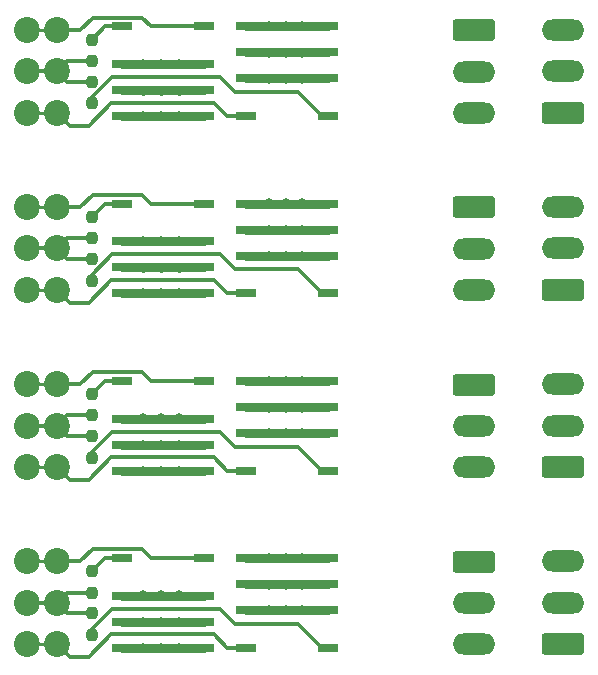
<source format=gbr>
%TF.GenerationSoftware,KiCad,Pcbnew,8.0.5*%
%TF.CreationDate,2025-06-13T10:45:04+02:00*%
%TF.ProjectId,doubleRelayExtensionSMD,646f7562-6c65-4526-956c-617945787465,rev?*%
%TF.SameCoordinates,Original*%
%TF.FileFunction,Copper,L1,Top*%
%TF.FilePolarity,Positive*%
%FSLAX46Y46*%
G04 Gerber Fmt 4.6, Leading zero omitted, Abs format (unit mm)*
G04 Created by KiCad (PCBNEW 8.0.5) date 2025-06-13 10:45:04*
%MOMM*%
%LPD*%
G01*
G04 APERTURE LIST*
G04 Aperture macros list*
%AMRoundRect*
0 Rectangle with rounded corners*
0 $1 Rounding radius*
0 $2 $3 $4 $5 $6 $7 $8 $9 X,Y pos of 4 corners*
0 Add a 4 corners polygon primitive as box body*
4,1,4,$2,$3,$4,$5,$6,$7,$8,$9,$2,$3,0*
0 Add four circle primitives for the rounded corners*
1,1,$1+$1,$2,$3*
1,1,$1+$1,$4,$5*
1,1,$1+$1,$6,$7*
1,1,$1+$1,$8,$9*
0 Add four rect primitives between the rounded corners*
20,1,$1+$1,$2,$3,$4,$5,0*
20,1,$1+$1,$4,$5,$6,$7,0*
20,1,$1+$1,$6,$7,$8,$9,0*
20,1,$1+$1,$8,$9,$2,$3,0*%
G04 Aperture macros list end*
%TA.AperFunction,SMDPad,CuDef*%
%ADD10RoundRect,0.237500X0.237500X-0.250000X0.237500X0.250000X-0.237500X0.250000X-0.237500X-0.250000X0*%
%TD*%
%TA.AperFunction,ComponentPad*%
%ADD11RoundRect,0.250000X-1.550000X0.650000X-1.550000X-0.650000X1.550000X-0.650000X1.550000X0.650000X0*%
%TD*%
%TA.AperFunction,ComponentPad*%
%ADD12O,3.600000X1.800000*%
%TD*%
%TA.AperFunction,ComponentPad*%
%ADD13C,2.200000*%
%TD*%
%TA.AperFunction,SMDPad,CuDef*%
%ADD14R,1.800000X0.800000*%
%TD*%
%TA.AperFunction,SMDPad,CuDef*%
%ADD15RoundRect,0.237500X-0.237500X0.250000X-0.237500X-0.250000X0.237500X-0.250000X0.237500X0.250000X0*%
%TD*%
%TA.AperFunction,ComponentPad*%
%ADD16RoundRect,0.250000X1.550000X-0.650000X1.550000X0.650000X-1.550000X0.650000X-1.550000X-0.650000X0*%
%TD*%
%TA.AperFunction,ViaPad*%
%ADD17C,0.800000*%
%TD*%
%TA.AperFunction,Conductor*%
%ADD18C,0.300000*%
%TD*%
%TA.AperFunction,Conductor*%
%ADD19C,0.250000*%
%TD*%
%TA.AperFunction,Conductor*%
%ADD20C,0.800000*%
%TD*%
G04 APERTURE END LIST*
D10*
%TO.P,R3,1*%
%TO.N,Net-(K3-Pad1)*%
X110998000Y-51214000D03*
%TO.P,R3,2*%
%TO.N,/relay2/V+*%
X110998000Y-49389000D03*
%TD*%
D11*
%TO.P,J12,1,Pin_1*%
%TO.N,Net-(J12-Pin_1)*%
X143357500Y-90017500D03*
D12*
%TO.P,J12,2,Pin_2*%
%TO.N,Net-(J12-Pin_2)*%
X143357500Y-93517500D03*
%TO.P,J12,3,Pin_3*%
%TO.N,Net-(J12-Pin_3)*%
X143357500Y-97017500D03*
%TD*%
D13*
%TO.P,J2,1,Pin_1*%
%TO.N,/relay2/Coil2*%
X108000000Y-52000000D03*
X105500000Y-52000000D03*
%TO.P,J2,2,Pin_2*%
%TO.N,/relay2/V+*%
X108000000Y-48500000D03*
X105500000Y-48500000D03*
%TO.P,J2,3,Pin_3*%
%TO.N,/relay2/Coil1*%
X108000000Y-45000000D03*
X105500000Y-45000000D03*
%TD*%
D14*
%TO.P,K5,1*%
%TO.N,Net-(K5-Pad1)*%
X131000000Y-82300000D03*
%TO.P,K5,2*%
%TO.N,Net-(J8-Pin_1)*%
X131000000Y-79100000D03*
%TO.P,K5,3*%
%TO.N,Net-(J8-Pin_2)*%
X131000000Y-76900000D03*
%TO.P,K5,4*%
%TO.N,Net-(J8-Pin_3)*%
X131000000Y-74700000D03*
%TO.P,K5,5*%
X124000000Y-74700000D03*
%TO.P,K5,6*%
%TO.N,Net-(J8-Pin_2)*%
X124000000Y-76900000D03*
%TO.P,K5,7*%
%TO.N,Net-(J8-Pin_1)*%
X124000000Y-79100000D03*
%TO.P,K5,8*%
%TO.N,/relay3/Coil2*%
X124000000Y-82300000D03*
%TD*%
D15*
%TO.P,R4,1*%
%TO.N,Net-(K4-Pad1)*%
X110998000Y-45809500D03*
%TO.P,R4,2*%
%TO.N,/relay2/V+*%
X110998000Y-47634500D03*
%TD*%
D11*
%TO.P,J9,1,Pin_1*%
%TO.N,Net-(J9-Pin_1)*%
X143357500Y-75017500D03*
D12*
%TO.P,J9,2,Pin_2*%
%TO.N,Net-(J9-Pin_2)*%
X143357500Y-78517500D03*
%TO.P,J9,3,Pin_3*%
%TO.N,Net-(J9-Pin_3)*%
X143357500Y-82017500D03*
%TD*%
D14*
%TO.P,K8,1*%
%TO.N,Net-(K8-Pad1)*%
X113500000Y-89700000D03*
%TO.P,K8,2*%
%TO.N,Net-(J12-Pin_1)*%
X113500000Y-92900000D03*
%TO.P,K8,3*%
%TO.N,Net-(J12-Pin_2)*%
X113500000Y-95100000D03*
%TO.P,K8,4*%
%TO.N,Net-(J12-Pin_3)*%
X113500000Y-97300000D03*
%TO.P,K8,5*%
X120500000Y-97300000D03*
%TO.P,K8,6*%
%TO.N,Net-(J12-Pin_2)*%
X120500000Y-95100000D03*
%TO.P,K8,7*%
%TO.N,Net-(J12-Pin_1)*%
X120500000Y-92900000D03*
%TO.P,K8,8*%
%TO.N,/relay4/Coil1*%
X120500000Y-89700000D03*
%TD*%
%TO.P,K4,1*%
%TO.N,Net-(K4-Pad1)*%
X113500000Y-44700000D03*
%TO.P,K4,2*%
%TO.N,Net-(J6-Pin_1)*%
X113500000Y-47900000D03*
%TO.P,K4,3*%
%TO.N,Net-(J6-Pin_2)*%
X113500000Y-50100000D03*
%TO.P,K4,4*%
%TO.N,Net-(J6-Pin_3)*%
X113500000Y-52300000D03*
%TO.P,K4,5*%
X120500000Y-52300000D03*
%TO.P,K4,6*%
%TO.N,Net-(J6-Pin_2)*%
X120500000Y-50100000D03*
%TO.P,K4,7*%
%TO.N,Net-(J6-Pin_1)*%
X120500000Y-47900000D03*
%TO.P,K4,8*%
%TO.N,/relay2/Coil1*%
X120500000Y-44700000D03*
%TD*%
D15*
%TO.P,R2,1*%
%TO.N,Net-(K2-Pad1)*%
X110998000Y-60809500D03*
%TO.P,R2,2*%
%TO.N,/relay1/V+*%
X110998000Y-62634500D03*
%TD*%
D16*
%TO.P,J11,1,Pin_1*%
%TO.N,Net-(J11-Pin_1)*%
X150857500Y-97000000D03*
D12*
%TO.P,J11,2,Pin_2*%
%TO.N,Net-(J11-Pin_2)*%
X150857500Y-93500000D03*
%TO.P,J11,3,Pin_3*%
%TO.N,Net-(J11-Pin_3)*%
X150857500Y-90000000D03*
%TD*%
D14*
%TO.P,K6,1*%
%TO.N,Net-(K6-Pad1)*%
X113500000Y-74700000D03*
%TO.P,K6,2*%
%TO.N,Net-(J9-Pin_1)*%
X113500000Y-77900000D03*
%TO.P,K6,3*%
%TO.N,Net-(J9-Pin_2)*%
X113500000Y-80100000D03*
%TO.P,K6,4*%
%TO.N,Net-(J9-Pin_3)*%
X113500000Y-82300000D03*
%TO.P,K6,5*%
X120500000Y-82300000D03*
%TO.P,K6,6*%
%TO.N,Net-(J9-Pin_2)*%
X120500000Y-80100000D03*
%TO.P,K6,7*%
%TO.N,Net-(J9-Pin_1)*%
X120500000Y-77900000D03*
%TO.P,K6,8*%
%TO.N,/relay3/Coil1*%
X120500000Y-74700000D03*
%TD*%
D10*
%TO.P,R7,1*%
%TO.N,Net-(K7-Pad1)*%
X110998000Y-96214000D03*
%TO.P,R7,2*%
%TO.N,/relay4/V+*%
X110998000Y-94389000D03*
%TD*%
D16*
%TO.P,J3,1,Pin_1*%
%TO.N,Net-(J3-Pin_1)*%
X150857500Y-52000000D03*
D12*
%TO.P,J3,2,Pin_2*%
%TO.N,Net-(J3-Pin_2)*%
X150857500Y-48500000D03*
%TO.P,J3,3,Pin_3*%
%TO.N,Net-(J3-Pin_3)*%
X150857500Y-45000000D03*
%TD*%
D13*
%TO.P,J7,1,Pin_1*%
%TO.N,/relay3/Coil2*%
X108000000Y-82000000D03*
X105500000Y-82000000D03*
%TO.P,J7,2,Pin_2*%
%TO.N,/relay3/V+*%
X108000000Y-78500000D03*
X105500000Y-78500000D03*
%TO.P,J7,3,Pin_3*%
%TO.N,/relay3/Coil1*%
X108000000Y-75000000D03*
X105500000Y-75000000D03*
%TD*%
D16*
%TO.P,J4,1,Pin_1*%
%TO.N,Net-(J4-Pin_1)*%
X150857500Y-67000000D03*
D12*
%TO.P,J4,2,Pin_2*%
%TO.N,Net-(J4-Pin_2)*%
X150857500Y-63500000D03*
%TO.P,J4,3,Pin_3*%
%TO.N,Net-(J4-Pin_3)*%
X150857500Y-60000000D03*
%TD*%
D14*
%TO.P,K3,1*%
%TO.N,Net-(K3-Pad1)*%
X131000000Y-52300000D03*
%TO.P,K3,2*%
%TO.N,Net-(J3-Pin_1)*%
X131000000Y-49100000D03*
%TO.P,K3,3*%
%TO.N,Net-(J3-Pin_2)*%
X131000000Y-46900000D03*
%TO.P,K3,4*%
%TO.N,Net-(J3-Pin_3)*%
X131000000Y-44700000D03*
%TO.P,K3,5*%
X124000000Y-44700000D03*
%TO.P,K3,6*%
%TO.N,Net-(J3-Pin_2)*%
X124000000Y-46900000D03*
%TO.P,K3,7*%
%TO.N,Net-(J3-Pin_1)*%
X124000000Y-49100000D03*
%TO.P,K3,8*%
%TO.N,/relay2/Coil2*%
X124000000Y-52300000D03*
%TD*%
D16*
%TO.P,J8,1,Pin_1*%
%TO.N,Net-(J8-Pin_1)*%
X150857500Y-82000000D03*
D12*
%TO.P,J8,2,Pin_2*%
%TO.N,Net-(J8-Pin_2)*%
X150857500Y-78500000D03*
%TO.P,J8,3,Pin_3*%
%TO.N,Net-(J8-Pin_3)*%
X150857500Y-75000000D03*
%TD*%
D15*
%TO.P,R8,1*%
%TO.N,Net-(K8-Pad1)*%
X110998000Y-90809500D03*
%TO.P,R8,2*%
%TO.N,/relay4/V+*%
X110998000Y-92634500D03*
%TD*%
D14*
%TO.P,K2,1*%
%TO.N,Net-(K2-Pad1)*%
X113500000Y-59700000D03*
%TO.P,K2,2*%
%TO.N,Net-(J5-Pin_1)*%
X113500000Y-62900000D03*
%TO.P,K2,3*%
%TO.N,Net-(J5-Pin_2)*%
X113500000Y-65100000D03*
%TO.P,K2,4*%
%TO.N,Net-(J5-Pin_3)*%
X113500000Y-67300000D03*
%TO.P,K2,5*%
X120500000Y-67300000D03*
%TO.P,K2,6*%
%TO.N,Net-(J5-Pin_2)*%
X120500000Y-65100000D03*
%TO.P,K2,7*%
%TO.N,Net-(J5-Pin_1)*%
X120500000Y-62900000D03*
%TO.P,K2,8*%
%TO.N,/relay1/Coil1*%
X120500000Y-59700000D03*
%TD*%
D10*
%TO.P,R1,1*%
%TO.N,Net-(K1-Pad1)*%
X110998000Y-66214000D03*
%TO.P,R1,2*%
%TO.N,/relay1/V+*%
X110998000Y-64389000D03*
%TD*%
%TO.P,R5,1*%
%TO.N,Net-(K5-Pad1)*%
X110998000Y-81214000D03*
%TO.P,R5,2*%
%TO.N,/relay3/V+*%
X110998000Y-79389000D03*
%TD*%
D13*
%TO.P,J10,1,Pin_1*%
%TO.N,/relay4/Coil2*%
X108000000Y-97000000D03*
X105500000Y-97000000D03*
%TO.P,J10,2,Pin_2*%
%TO.N,/relay4/V+*%
X108000000Y-93500000D03*
X105500000Y-93500000D03*
%TO.P,J10,3,Pin_3*%
%TO.N,/relay4/Coil1*%
X108000000Y-90000000D03*
X105500000Y-90000000D03*
%TD*%
%TO.P,J1,1,Pin_1*%
%TO.N,/relay1/Coil2*%
X108000000Y-67000000D03*
X105500000Y-67000000D03*
%TO.P,J1,2,Pin_2*%
%TO.N,/relay1/V+*%
X108000000Y-63500000D03*
X105500000Y-63500000D03*
%TO.P,J1,3,Pin_3*%
%TO.N,/relay1/Coil1*%
X108000000Y-60000000D03*
X105500000Y-60000000D03*
%TD*%
D14*
%TO.P,K1,1*%
%TO.N,Net-(K1-Pad1)*%
X131000000Y-67300000D03*
%TO.P,K1,2*%
%TO.N,Net-(J4-Pin_1)*%
X131000000Y-64100000D03*
%TO.P,K1,3*%
%TO.N,Net-(J4-Pin_2)*%
X131000000Y-61900000D03*
%TO.P,K1,4*%
%TO.N,Net-(J4-Pin_3)*%
X131000000Y-59700000D03*
%TO.P,K1,5*%
X124000000Y-59700000D03*
%TO.P,K1,6*%
%TO.N,Net-(J4-Pin_2)*%
X124000000Y-61900000D03*
%TO.P,K1,7*%
%TO.N,Net-(J4-Pin_1)*%
X124000000Y-64100000D03*
%TO.P,K1,8*%
%TO.N,/relay1/Coil2*%
X124000000Y-67300000D03*
%TD*%
D15*
%TO.P,R6,1*%
%TO.N,Net-(K6-Pad1)*%
X110998000Y-75809500D03*
%TO.P,R6,2*%
%TO.N,/relay3/V+*%
X110998000Y-77634500D03*
%TD*%
D11*
%TO.P,J6,1,Pin_1*%
%TO.N,Net-(J6-Pin_1)*%
X143357500Y-45017500D03*
D12*
%TO.P,J6,2,Pin_2*%
%TO.N,Net-(J6-Pin_2)*%
X143357500Y-48517500D03*
%TO.P,J6,3,Pin_3*%
%TO.N,Net-(J6-Pin_3)*%
X143357500Y-52017500D03*
%TD*%
D11*
%TO.P,J5,1,Pin_1*%
%TO.N,Net-(J5-Pin_1)*%
X143357500Y-60017500D03*
D12*
%TO.P,J5,2,Pin_2*%
%TO.N,Net-(J5-Pin_2)*%
X143357500Y-63517500D03*
%TO.P,J5,3,Pin_3*%
%TO.N,Net-(J5-Pin_3)*%
X143357500Y-67017500D03*
%TD*%
D14*
%TO.P,K7,1*%
%TO.N,Net-(K7-Pad1)*%
X131000000Y-97300000D03*
%TO.P,K7,2*%
%TO.N,Net-(J11-Pin_1)*%
X131000000Y-94100000D03*
%TO.P,K7,3*%
%TO.N,Net-(J11-Pin_2)*%
X131000000Y-91900000D03*
%TO.P,K7,4*%
%TO.N,Net-(J11-Pin_3)*%
X131000000Y-89700000D03*
%TO.P,K7,5*%
X124000000Y-89700000D03*
%TO.P,K7,6*%
%TO.N,Net-(J11-Pin_2)*%
X124000000Y-91900000D03*
%TO.P,K7,7*%
%TO.N,Net-(J11-Pin_1)*%
X124000000Y-94100000D03*
%TO.P,K7,8*%
%TO.N,/relay4/Coil2*%
X124000000Y-97300000D03*
%TD*%
D17*
%TO.N,Net-(J4-Pin_2)*%
X127381000Y-61976000D03*
X125984000Y-61976000D03*
X128778000Y-61976000D03*
%TO.N,Net-(J4-Pin_1)*%
X125984000Y-64135000D03*
X127381000Y-64135000D03*
X128778000Y-64135000D03*
%TO.N,Net-(J4-Pin_3)*%
X128778000Y-59690000D03*
X125984000Y-59690000D03*
X127381000Y-59690000D03*
%TO.N,Net-(J5-Pin_2)*%
X116840000Y-65151000D03*
X118364000Y-65151000D03*
X115316000Y-65151000D03*
%TO.N,Net-(J5-Pin_1)*%
X116840000Y-62865000D03*
X118364000Y-62865000D03*
X115316000Y-62865000D03*
%TO.N,Net-(J5-Pin_3)*%
X115316000Y-67310000D03*
X116840000Y-67310000D03*
X118364000Y-67310000D03*
%TO.N,Net-(J3-Pin_2)*%
X127381000Y-46976000D03*
X125984000Y-46976000D03*
X128778000Y-46976000D03*
%TO.N,Net-(J3-Pin_3)*%
X125984000Y-44690000D03*
X128778000Y-44690000D03*
X127381000Y-44690000D03*
%TO.N,Net-(J3-Pin_1)*%
X128778000Y-49135000D03*
X127381000Y-49135000D03*
X125984000Y-49135000D03*
%TO.N,Net-(J6-Pin_1)*%
X118364000Y-47865000D03*
X115316000Y-47865000D03*
X116840000Y-47865000D03*
%TO.N,Net-(J6-Pin_3)*%
X116840000Y-52310000D03*
X118364000Y-52310000D03*
X115316000Y-52310000D03*
%TO.N,Net-(J6-Pin_2)*%
X115316000Y-50151000D03*
X118364000Y-50151000D03*
X116840000Y-50151000D03*
%TO.N,Net-(J8-Pin_2)*%
X128778000Y-76976000D03*
X127381000Y-76976000D03*
X125984000Y-76976000D03*
%TO.N,Net-(J8-Pin_3)*%
X127381000Y-74690000D03*
X128778000Y-74690000D03*
X125984000Y-74690000D03*
%TO.N,Net-(J8-Pin_1)*%
X127381000Y-79135000D03*
X128778000Y-79135000D03*
X125984000Y-79135000D03*
%TO.N,Net-(J9-Pin_2)*%
X116840000Y-80151000D03*
X115316000Y-80151000D03*
X118364000Y-80151000D03*
%TO.N,Net-(J9-Pin_1)*%
X118364000Y-77865000D03*
X116840000Y-77865000D03*
X115316000Y-77865000D03*
%TO.N,Net-(J9-Pin_3)*%
X118364000Y-82310000D03*
X116840000Y-82310000D03*
X115316000Y-82310000D03*
%TO.N,Net-(J11-Pin_3)*%
X128778000Y-89690000D03*
X125984000Y-89690000D03*
X127381000Y-89690000D03*
%TO.N,Net-(J11-Pin_1)*%
X127381000Y-94135000D03*
X125984000Y-94135000D03*
X128778000Y-94135000D03*
%TO.N,Net-(J11-Pin_2)*%
X127381000Y-91976000D03*
X128778000Y-91976000D03*
X125984000Y-91976000D03*
%TO.N,Net-(J12-Pin_2)*%
X118364000Y-95151000D03*
X116840000Y-95151000D03*
X115316000Y-95151000D03*
%TO.N,Net-(J12-Pin_1)*%
X116840000Y-92865000D03*
X115316000Y-92865000D03*
X118364000Y-92865000D03*
%TO.N,Net-(J12-Pin_3)*%
X115316000Y-97310000D03*
X118364000Y-97310000D03*
X116840000Y-97310000D03*
%TD*%
D18*
%TO.N,/relay1/Coil2*%
X122418000Y-67300000D02*
X124000000Y-67300000D01*
X112633000Y-66167000D02*
X121285000Y-66167000D01*
X109099999Y-68099999D02*
X110700001Y-68099999D01*
D19*
X105500000Y-67000000D02*
X108000000Y-67000000D01*
D18*
X110700001Y-68099999D02*
X112633000Y-66167000D01*
X108000000Y-67000000D02*
X109099999Y-68099999D01*
X121285000Y-66167000D02*
X122418000Y-67300000D01*
%TO.N,/relay1/Coil1*%
X115961000Y-59700000D02*
X115211000Y-58950000D01*
X115211000Y-58950000D02*
X111050000Y-58950000D01*
X111050000Y-58950000D02*
X110000000Y-60000000D01*
D19*
X108000000Y-60000000D02*
X105500000Y-60000000D01*
D18*
X110000000Y-60000000D02*
X108000000Y-60000000D01*
X120500000Y-59700000D02*
X115961000Y-59700000D01*
%TO.N,/relay1/V+*%
X110998000Y-62634500D02*
X108865500Y-62634500D01*
X108000000Y-63500000D02*
X105500000Y-63500000D01*
X110998000Y-64389000D02*
X108889000Y-64389000D01*
X108889000Y-64389000D02*
X108000000Y-63500000D01*
X108865500Y-62634500D02*
X108000000Y-63500000D01*
D20*
%TO.N,Net-(J4-Pin_2)*%
X124000000Y-61900000D02*
X131000000Y-61900000D01*
%TO.N,Net-(J4-Pin_1)*%
X131000000Y-64100000D02*
X124000000Y-64100000D01*
%TO.N,Net-(J4-Pin_3)*%
X125984000Y-59690000D02*
X125974000Y-59700000D01*
X125994000Y-59700000D02*
X125984000Y-59690000D01*
X131000000Y-59700000D02*
X125994000Y-59700000D01*
X125974000Y-59700000D02*
X124000000Y-59700000D01*
%TO.N,Net-(J5-Pin_2)*%
X115265000Y-65100000D02*
X115316000Y-65151000D01*
X116891000Y-65100000D02*
X118313000Y-65100000D01*
X118415000Y-65100000D02*
X120500000Y-65100000D01*
X116840000Y-65151000D02*
X116891000Y-65100000D01*
X118313000Y-65100000D02*
X118364000Y-65151000D01*
X116789000Y-65100000D02*
X116840000Y-65151000D01*
X113500000Y-65100000D02*
X115265000Y-65100000D01*
X115316000Y-65151000D02*
X115367000Y-65100000D01*
X118364000Y-65151000D02*
X118415000Y-65100000D01*
X115367000Y-65100000D02*
X116789000Y-65100000D01*
%TO.N,Net-(J5-Pin_1)*%
X118399000Y-62900000D02*
X118364000Y-62865000D01*
X116875000Y-62900000D02*
X116840000Y-62865000D01*
X118364000Y-62865000D02*
X118329000Y-62900000D01*
X115316000Y-62865000D02*
X115281000Y-62900000D01*
X116805000Y-62900000D02*
X115351000Y-62900000D01*
X120500000Y-62900000D02*
X118399000Y-62900000D01*
X115351000Y-62900000D02*
X115316000Y-62865000D01*
X118329000Y-62900000D02*
X116875000Y-62900000D01*
X115281000Y-62900000D02*
X113500000Y-62900000D01*
X116840000Y-62865000D02*
X116805000Y-62900000D01*
%TO.N,Net-(J5-Pin_3)*%
X116850000Y-67300000D02*
X118354000Y-67300000D01*
X116840000Y-67310000D02*
X116850000Y-67300000D01*
X118364000Y-67310000D02*
X118374000Y-67300000D01*
X115316000Y-67310000D02*
X115326000Y-67300000D01*
X118354000Y-67300000D02*
X118364000Y-67310000D01*
X116830000Y-67300000D02*
X116840000Y-67310000D01*
X118374000Y-67300000D02*
X120500000Y-67300000D01*
X113500000Y-67300000D02*
X115306000Y-67300000D01*
X115306000Y-67300000D02*
X115316000Y-67310000D01*
X115326000Y-67300000D02*
X116830000Y-67300000D01*
D18*
%TO.N,/relay2/Coil2*%
X110700001Y-53099999D02*
X112633000Y-51167000D01*
X121285000Y-51167000D02*
X122418000Y-52300000D01*
X112633000Y-51167000D02*
X121285000Y-51167000D01*
X109099999Y-53099999D02*
X110700001Y-53099999D01*
X108000000Y-52000000D02*
X109099999Y-53099999D01*
D19*
X105500000Y-52000000D02*
X108000000Y-52000000D01*
D18*
X122418000Y-52300000D02*
X124000000Y-52300000D01*
%TO.N,/relay2/Coil1*%
X110000000Y-45000000D02*
X108000000Y-45000000D01*
X120500000Y-44700000D02*
X115961000Y-44700000D01*
X115961000Y-44700000D02*
X115211000Y-43950000D01*
X111050000Y-43950000D02*
X110000000Y-45000000D01*
X115211000Y-43950000D02*
X111050000Y-43950000D01*
D19*
X108000000Y-45000000D02*
X105500000Y-45000000D01*
D20*
%TO.N,Net-(J3-Pin_2)*%
X124000000Y-46900000D02*
X131000000Y-46900000D01*
%TO.N,Net-(J3-Pin_3)*%
X131000000Y-44700000D02*
X125994000Y-44700000D01*
X125984000Y-44690000D02*
X125974000Y-44700000D01*
X125974000Y-44700000D02*
X124000000Y-44700000D01*
X125994000Y-44700000D02*
X125984000Y-44690000D01*
%TO.N,Net-(J3-Pin_1)*%
X131000000Y-49100000D02*
X124000000Y-49100000D01*
%TO.N,Net-(J6-Pin_1)*%
X118364000Y-47865000D02*
X118329000Y-47900000D01*
X115316000Y-47865000D02*
X115281000Y-47900000D01*
X116840000Y-47865000D02*
X116805000Y-47900000D01*
X118399000Y-47900000D02*
X118364000Y-47865000D01*
X116805000Y-47900000D02*
X115351000Y-47900000D01*
X116875000Y-47900000D02*
X116840000Y-47865000D01*
X120500000Y-47900000D02*
X118399000Y-47900000D01*
X115351000Y-47900000D02*
X115316000Y-47865000D01*
X118329000Y-47900000D02*
X116875000Y-47900000D01*
X115281000Y-47900000D02*
X113500000Y-47900000D01*
%TO.N,Net-(J6-Pin_3)*%
X115306000Y-52300000D02*
X115316000Y-52310000D01*
X116830000Y-52300000D02*
X116840000Y-52310000D01*
X115326000Y-52300000D02*
X116830000Y-52300000D01*
X118374000Y-52300000D02*
X120500000Y-52300000D01*
X116840000Y-52310000D02*
X116850000Y-52300000D01*
X113500000Y-52300000D02*
X115306000Y-52300000D01*
X116850000Y-52300000D02*
X118354000Y-52300000D01*
X115316000Y-52310000D02*
X115326000Y-52300000D01*
X118364000Y-52310000D02*
X118374000Y-52300000D01*
X118354000Y-52300000D02*
X118364000Y-52310000D01*
%TO.N,Net-(J6-Pin_2)*%
X116840000Y-50151000D02*
X116891000Y-50100000D01*
X115316000Y-50151000D02*
X115367000Y-50100000D01*
X115367000Y-50100000D02*
X116789000Y-50100000D01*
X118364000Y-50151000D02*
X118415000Y-50100000D01*
X115265000Y-50100000D02*
X115316000Y-50151000D01*
X118415000Y-50100000D02*
X120500000Y-50100000D01*
X113500000Y-50100000D02*
X115265000Y-50100000D01*
X116891000Y-50100000D02*
X118313000Y-50100000D01*
X118313000Y-50100000D02*
X118364000Y-50151000D01*
X116789000Y-50100000D02*
X116840000Y-50151000D01*
D18*
%TO.N,/relay3/Coil1*%
X110000000Y-75000000D02*
X108000000Y-75000000D01*
X120500000Y-74700000D02*
X115961000Y-74700000D01*
D19*
X108000000Y-75000000D02*
X105500000Y-75000000D01*
D18*
X115211000Y-73950000D02*
X111050000Y-73950000D01*
X115961000Y-74700000D02*
X115211000Y-73950000D01*
X111050000Y-73950000D02*
X110000000Y-75000000D01*
%TO.N,/relay3/Coil2*%
X108000000Y-82000000D02*
X109099999Y-83099999D01*
X121285000Y-81167000D02*
X122418000Y-82300000D01*
X112633000Y-81167000D02*
X121285000Y-81167000D01*
X109099999Y-83099999D02*
X110700001Y-83099999D01*
D19*
X105500000Y-82000000D02*
X108000000Y-82000000D01*
D18*
X110700001Y-83099999D02*
X112633000Y-81167000D01*
X122418000Y-82300000D02*
X124000000Y-82300000D01*
D20*
%TO.N,Net-(J8-Pin_2)*%
X124000000Y-76900000D02*
X131000000Y-76900000D01*
%TO.N,Net-(J8-Pin_3)*%
X125994000Y-74700000D02*
X125984000Y-74690000D01*
X125984000Y-74690000D02*
X125974000Y-74700000D01*
X131000000Y-74700000D02*
X125994000Y-74700000D01*
X125974000Y-74700000D02*
X124000000Y-74700000D01*
%TO.N,Net-(J8-Pin_1)*%
X131000000Y-79100000D02*
X124000000Y-79100000D01*
%TO.N,Net-(J9-Pin_2)*%
X116789000Y-80100000D02*
X116840000Y-80151000D01*
X118415000Y-80100000D02*
X120500000Y-80100000D01*
X118364000Y-80151000D02*
X118415000Y-80100000D01*
X115265000Y-80100000D02*
X115316000Y-80151000D01*
X115367000Y-80100000D02*
X116789000Y-80100000D01*
X116840000Y-80151000D02*
X116891000Y-80100000D01*
X118313000Y-80100000D02*
X118364000Y-80151000D01*
X115316000Y-80151000D02*
X115367000Y-80100000D01*
X116891000Y-80100000D02*
X118313000Y-80100000D01*
X113500000Y-80100000D02*
X115265000Y-80100000D01*
%TO.N,Net-(J9-Pin_1)*%
X118399000Y-77900000D02*
X118364000Y-77865000D01*
X115351000Y-77900000D02*
X115316000Y-77865000D01*
X115281000Y-77900000D02*
X113500000Y-77900000D01*
X116805000Y-77900000D02*
X115351000Y-77900000D01*
X118364000Y-77865000D02*
X118329000Y-77900000D01*
X120500000Y-77900000D02*
X118399000Y-77900000D01*
X118329000Y-77900000D02*
X116875000Y-77900000D01*
X115316000Y-77865000D02*
X115281000Y-77900000D01*
X116840000Y-77865000D02*
X116805000Y-77900000D01*
X116875000Y-77900000D02*
X116840000Y-77865000D01*
%TO.N,Net-(J9-Pin_3)*%
X116830000Y-82300000D02*
X116840000Y-82310000D01*
X118354000Y-82300000D02*
X118364000Y-82310000D01*
X115316000Y-82310000D02*
X115326000Y-82300000D01*
X118374000Y-82300000D02*
X120500000Y-82300000D01*
X115306000Y-82300000D02*
X115316000Y-82310000D01*
X116840000Y-82310000D02*
X116850000Y-82300000D01*
X113500000Y-82300000D02*
X115306000Y-82300000D01*
X116850000Y-82300000D02*
X118354000Y-82300000D01*
X118364000Y-82310000D02*
X118374000Y-82300000D01*
X115326000Y-82300000D02*
X116830000Y-82300000D01*
D18*
%TO.N,/relay4/Coil1*%
X115211000Y-88950000D02*
X111050000Y-88950000D01*
X110000000Y-90000000D02*
X108000000Y-90000000D01*
X115961000Y-89700000D02*
X115211000Y-88950000D01*
D19*
X108000000Y-90000000D02*
X105500000Y-90000000D01*
D18*
X111050000Y-88950000D02*
X110000000Y-90000000D01*
X120500000Y-89700000D02*
X115961000Y-89700000D01*
%TO.N,/relay4/Coil2*%
X108000000Y-97000000D02*
X109099999Y-98099999D01*
D19*
X105500000Y-97000000D02*
X108000000Y-97000000D01*
D18*
X112633000Y-96167000D02*
X121285000Y-96167000D01*
X121285000Y-96167000D02*
X122418000Y-97300000D01*
X110700001Y-98099999D02*
X112633000Y-96167000D01*
X122418000Y-97300000D02*
X124000000Y-97300000D01*
X109099999Y-98099999D02*
X110700001Y-98099999D01*
D20*
%TO.N,Net-(J11-Pin_3)*%
X125994000Y-89700000D02*
X125984000Y-89690000D01*
X131000000Y-89700000D02*
X125994000Y-89700000D01*
X125974000Y-89700000D02*
X124000000Y-89700000D01*
X125984000Y-89690000D02*
X125974000Y-89700000D01*
%TO.N,Net-(J11-Pin_1)*%
X131000000Y-94100000D02*
X124000000Y-94100000D01*
%TO.N,Net-(J11-Pin_2)*%
X124000000Y-91900000D02*
X131000000Y-91900000D01*
%TO.N,Net-(J12-Pin_2)*%
X116840000Y-95151000D02*
X116891000Y-95100000D01*
X115265000Y-95100000D02*
X115316000Y-95151000D01*
X115367000Y-95100000D02*
X116789000Y-95100000D01*
X116789000Y-95100000D02*
X116840000Y-95151000D01*
X118415000Y-95100000D02*
X120500000Y-95100000D01*
X118313000Y-95100000D02*
X118364000Y-95151000D01*
X118364000Y-95151000D02*
X118415000Y-95100000D01*
X113500000Y-95100000D02*
X115265000Y-95100000D01*
X116891000Y-95100000D02*
X118313000Y-95100000D01*
X115316000Y-95151000D02*
X115367000Y-95100000D01*
%TO.N,Net-(J12-Pin_1)*%
X120500000Y-92900000D02*
X118399000Y-92900000D01*
X115281000Y-92900000D02*
X113500000Y-92900000D01*
X118329000Y-92900000D02*
X116875000Y-92900000D01*
X116875000Y-92900000D02*
X116840000Y-92865000D01*
X116840000Y-92865000D02*
X116805000Y-92900000D01*
X118399000Y-92900000D02*
X118364000Y-92865000D01*
X118364000Y-92865000D02*
X118329000Y-92900000D01*
X115316000Y-92865000D02*
X115281000Y-92900000D01*
X115351000Y-92900000D02*
X115316000Y-92865000D01*
X116805000Y-92900000D02*
X115351000Y-92900000D01*
%TO.N,Net-(J12-Pin_3)*%
X118374000Y-97300000D02*
X120500000Y-97300000D01*
X115326000Y-97300000D02*
X116830000Y-97300000D01*
X118354000Y-97300000D02*
X118364000Y-97310000D01*
X118364000Y-97310000D02*
X118374000Y-97300000D01*
X116850000Y-97300000D02*
X118354000Y-97300000D01*
X115306000Y-97300000D02*
X115316000Y-97310000D01*
X116840000Y-97310000D02*
X116850000Y-97300000D01*
X115316000Y-97310000D02*
X115326000Y-97300000D01*
X116830000Y-97300000D02*
X116840000Y-97310000D01*
X113500000Y-97300000D02*
X115306000Y-97300000D01*
D18*
%TO.N,/relay2/V+*%
X108000000Y-48500000D02*
X105500000Y-48500000D01*
X108889000Y-49389000D02*
X108000000Y-48500000D01*
X110998000Y-49389000D02*
X108889000Y-49389000D01*
X110998000Y-47634500D02*
X108865500Y-47634500D01*
X108865500Y-47634500D02*
X108000000Y-48500000D01*
%TO.N,/relay3/V+*%
X108865500Y-77634500D02*
X108000000Y-78500000D01*
X110998000Y-79389000D02*
X108889000Y-79389000D01*
X110998000Y-77634500D02*
X108865500Y-77634500D01*
X108000000Y-78500000D02*
X105500000Y-78500000D01*
X108889000Y-79389000D02*
X108000000Y-78500000D01*
%TO.N,/relay4/V+*%
X108889000Y-94389000D02*
X108000000Y-93500000D01*
X108000000Y-93500000D02*
X105500000Y-93500000D01*
X108865500Y-92634500D02*
X108000000Y-93500000D01*
X110998000Y-92634500D02*
X108865500Y-92634500D01*
X110998000Y-94389000D02*
X108889000Y-94389000D01*
%TO.N,Net-(K1-Pad1)*%
X121793000Y-64008000D02*
X112703932Y-64008000D01*
X110998000Y-65713932D02*
X110998000Y-66214000D01*
X112703932Y-64008000D02*
X110998000Y-65713932D01*
X123063000Y-65278000D02*
X121793000Y-64008000D01*
X128397000Y-65278000D02*
X123063000Y-65278000D01*
X130419000Y-67300000D02*
X128397000Y-65278000D01*
X131000000Y-67300000D02*
X130419000Y-67300000D01*
%TO.N,Net-(K2-Pad1)*%
X112107500Y-59700000D02*
X110998000Y-60809500D01*
X113500000Y-59700000D02*
X112107500Y-59700000D01*
%TO.N,Net-(K3-Pad1)*%
X128397000Y-50278000D02*
X123063000Y-50278000D01*
X130419000Y-52300000D02*
X128397000Y-50278000D01*
X110998000Y-50713932D02*
X110998000Y-51214000D01*
X123063000Y-50278000D02*
X121793000Y-49008000D01*
X121793000Y-49008000D02*
X112703932Y-49008000D01*
X112703932Y-49008000D02*
X110998000Y-50713932D01*
X131000000Y-52300000D02*
X130419000Y-52300000D01*
%TO.N,Net-(K4-Pad1)*%
X113500000Y-44700000D02*
X112107500Y-44700000D01*
X112107500Y-44700000D02*
X110998000Y-45809500D01*
%TO.N,Net-(K5-Pad1)*%
X112703932Y-79008000D02*
X110998000Y-80713932D01*
X121793000Y-79008000D02*
X112703932Y-79008000D01*
X128397000Y-80278000D02*
X123063000Y-80278000D01*
X123063000Y-80278000D02*
X121793000Y-79008000D01*
X130419000Y-82300000D02*
X128397000Y-80278000D01*
X110998000Y-80713932D02*
X110998000Y-81214000D01*
X131000000Y-82300000D02*
X130419000Y-82300000D01*
%TO.N,Net-(K6-Pad1)*%
X113500000Y-74700000D02*
X112107500Y-74700000D01*
X112107500Y-74700000D02*
X110998000Y-75809500D01*
%TO.N,Net-(K7-Pad1)*%
X130419000Y-97300000D02*
X128397000Y-95278000D01*
X121793000Y-94008000D02*
X112703932Y-94008000D01*
X131000000Y-97300000D02*
X130419000Y-97300000D01*
X128397000Y-95278000D02*
X123063000Y-95278000D01*
X112703932Y-94008000D02*
X110998000Y-95713932D01*
X123063000Y-95278000D02*
X121793000Y-94008000D01*
X110998000Y-95713932D02*
X110998000Y-96214000D01*
%TO.N,Net-(K8-Pad1)*%
X113500000Y-89700000D02*
X112107500Y-89700000D01*
X112107500Y-89700000D02*
X110998000Y-90809500D01*
%TD*%
M02*

</source>
